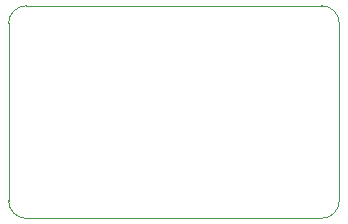
<source format=gbr>
G04 #@! TF.GenerationSoftware,KiCad,Pcbnew,(5.1.4-0-10_14)*
G04 #@! TF.CreationDate,2020-04-01T19:03:20+03:00*
G04 #@! TF.ProjectId,esp32-programmer,65737033-322d-4707-926f-6772616d6d65,rev?*
G04 #@! TF.SameCoordinates,Original*
G04 #@! TF.FileFunction,Profile,NP*
%FSLAX46Y46*%
G04 Gerber Fmt 4.6, Leading zero omitted, Abs format (unit mm)*
G04 Created by KiCad (PCBNEW (5.1.4-0-10_14)) date 2020-04-01 19:03:20*
%MOMM*%
%LPD*%
G04 APERTURE LIST*
%ADD10C,0.050000*%
G04 APERTURE END LIST*
D10*
X54800000Y-110650000D02*
X79800000Y-110650000D01*
X53300000Y-94150000D02*
X53300000Y-109150000D01*
X79800000Y-92650000D02*
X54800000Y-92650000D01*
X81300000Y-109150000D02*
X81300000Y-94150000D01*
X53300000Y-94150000D02*
G75*
G02X54800000Y-92650000I1500000J0D01*
G01*
X79800000Y-92650000D02*
G75*
G02X81300000Y-94150000I0J-1500000D01*
G01*
X81300000Y-109150000D02*
G75*
G02X79800000Y-110650000I-1500000J0D01*
G01*
X54800000Y-110650000D02*
G75*
G02X53300000Y-109150000I0J1500000D01*
G01*
M02*

</source>
